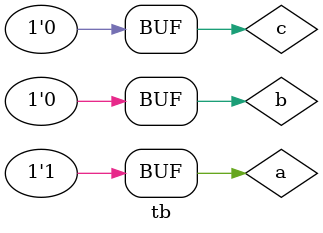
<source format=v>
module tb;

reg  a,b;
wire c;


and #(2:5:6,3:5:7) u1(c,a,b);
initial begin
repeat (100) begin
a=0;
b=1;
#3;
a=1;
b=1;
#3;
a=1;
b=0;
#5;
end
#50;
end
endmodule

</source>
